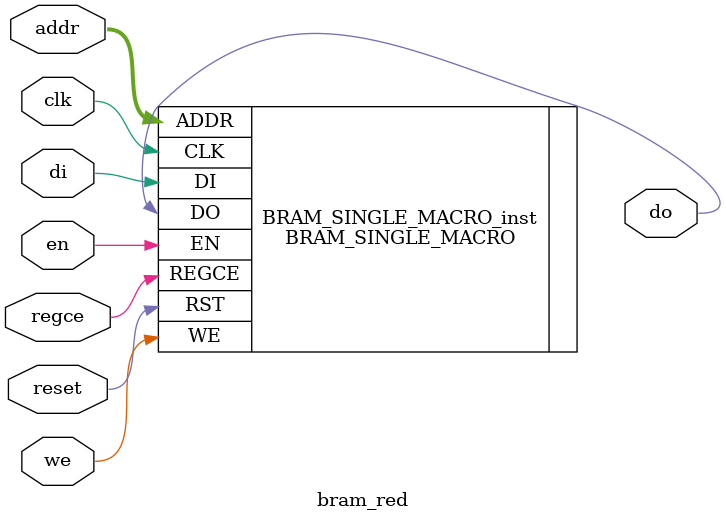
<source format=v>


//  <-----Cut code below this line---->

   // BRAM_SINGLE_MACRO: Single Port RAM
   //                    Artix-7
   // Xilinx HDL Language Template, version 2018.3

   /////////////////////////////////////////////////////////////////////
   //  READ_WIDTH | BRAM_SIZE | READ Depth  | ADDR Width |            //
   // WRITE_WIDTH |           | WRITE Depth |            |  WE Width  //
   // ============|===========|=============|============|============//
   //    37-72    |  "36Kb"   |      512    |    9-bit   |    8-bit   //
   //    19-36    |  "36Kb"   |     1024    |   10-bit   |    4-bit   //
   //    19-36    |  "18Kb"   |      512    |    9-bit   |    4-bit   //
   //    10-18    |  "36Kb"   |     2048    |   11-bit   |    2-bit   //
   //    10-18    |  "18Kb"   |     1024    |   10-bit   |    2-bit   //
   //     5-9     |  "36Kb"   |     4096    |   12-bit   |    1-bit   //
   //     5-9     |  "18Kb"   |     2048    |   11-bit   |    1-bit   //
   //     3-4     |  "36Kb"   |     8192    |   13-bit   |    1-bit   //
   //     3-4     |  "18Kb"   |     4096    |   12-bit   |    1-bit   //
   //       2     |  "36Kb"   |    16384    |   14-bit   |    1-bit   //
   //       2     |  "18Kb"   |     8192    |   13-bit   |    1-bit   //
   //       1     |  "36Kb"   |    32768    |   15-bit   |    1-bit   //
   //       1     |  "18Kb"   |    16384    |   14-bit   |    1-bit   //
   /////////////////////////////////////////////////////////////////////

   module bram_red(addr, clk, reset, we, regce, en, di, do);

   input clk, reset, we, regce, en, di;
   input[13:0] addr;
   output do;

   BRAM_SINGLE_MACRO#(
      .BRAM_SIZE("18Kb"), // Target BRAM, "18Kb" or "36Kb" 
      .DEVICE("7SERIES"), // Target Device: "7SERIES" 
      .DO_REG(0), // Optional output register (0 or 1)
      .INIT(36'h000000000), // Initial values on output port
      .INIT_FILE ("NONE"),
      .WRITE_WIDTH(1'b1), // Valid values are 1-72 (37-72 only valid when BRAM_SIZE="36Kb")
      .READ_WIDTH(1'b1),  // Valid values are 1-72 (37-72 only valid when BRAM_SIZE="36Kb")
      .SRVAL(36'h000000000), // Set/Reset value for port output
      .WRITE_MODE("READ_FIRST"), // "WRITE_FIRST", "READ_FIRST", or "NO_CHANGE" 
      .INIT_00(256'hffffffffffffffffffffffffffffffffffffffffffffffffffffffffffffffff),
      .INIT_01(256'hffffffffffffffffffffffffffffffffffffffffffffffffffffffffffffffff),
      .INIT_02(256'hffffffffffffffffffffffffffffffffffffffffffffffffffffffffffffffff),
      .INIT_03(256'hffffffffffffffffffffffffffffffffffffffffffffffffffffffffffffffff),
      .INIT_04(256'hffffffffffffffffffffffffffffffffffffffffffffffffffffffffffffffff),
      .INIT_05(256'hffffffffffffffffffffffffffffffffffffffffffffffffffffffffffffffff),
      .INIT_06(256'hffffffffffffffffffffffffffffffffffffffffffffffffffffffffffffffff),
      .INIT_07(256'hffffffffffffffffffffffffffffffffffffffffffffffffffffffffffffffff),
      .INIT_08(256'hffffffffffffffffffffffffffffffff00000000000000000000000000000000),
      .INIT_09(256'hffffffffffffffffffffffffffffffff00000000000000000000000000000000),
      .INIT_0A(256'hffffffffffffffffffffffffffffffff00000000000000000000000000000000),
      .INIT_0B(256'hffffffffffffffffffffffffffffffff00000000000000000000000000000000),
      .INIT_0C(256'hffffffffffffffffffffffffffffffff00000000000000000000000000000000),
      .INIT_0D(256'hffffffffffffffffffffffffffffffff00000000000000000000000000000000),
      .INIT_0E(256'hffffffffffffffffffffffffffffffff00000000000000000000000000000000),
      .INIT_0F(256'hffffffffffffffffffffffffffffffff00000000000000000000000000000000),
      .INIT_10(256'hffffffffffffffffffffffffffffffff00000000000000000000000000000000),
      .INIT_11(256'hffffffffffffffffffffffffffffffff00000000000000000000000000000000),
      .INIT_12(256'hffffffffffffffffffffffffffffffff00000000000000000000000000000000),
      .INIT_13(256'hffffffffffffffffffffffffffffffff00000000000000000000000000000000),
      .INIT_14(256'hffffffffffffffffffffffffffffffff00000000000000000000000000000000),
      .INIT_15(256'hffffffffffffffffffffffffffffffff00000000000000000000000000000000),
      .INIT_16(256'hffffffffffffffffffffffffffffffff00000000000000000000000000000000),
      .INIT_17(256'hffffffffffffffffffffffffffffffff00000000000000000000000000000000),
      .INIT_18(256'hffffffffffffffffffffffffffffffff00000000000000000000000000000000),
      .INIT_19(256'hffffffffffffffffffffffffffffffff00000000000000000000000000000000),
      .INIT_1A(256'hffffffffffffffffffffffffffffffff00000000000000000000000000000000),
      .INIT_1B(256'hffffffffffffffffffffffffffffffff00000000000000000000000000000000),
      .INIT_1C(256'hffffffffffffffffffffffffffffffff00000000000000000000000000000000),
      .INIT_1D(256'hffffffffffffffffffffffffffffffff00000000000000000000000000000000),    // apo edo kai kato apla kokkino gia test
      .INIT_1E(256'hffffffffffffffffffffffffffffffffffffffffffffffffffffffffffffffff),
      .INIT_1F(256'hffffffffffffffffffffffffffffffffffffffffffffffffffffffffffffffff),
      .INIT_20(256'hffffffffffffffffffffffffffffffffffffffffffffffffffffffffffffffff),
      .INIT_21(256'hffffffffffffffffffffffffffffffffffffffffffffffffffffffffffffffff),
      .INIT_22(256'hffffffffffffffffffffffffffffffffffffffffffffffffffffffffffffffff),
      .INIT_23(256'hffffffffffffffffffffffffffffffffffffffffffffffffffffffffffffffff),
      .INIT_24(256'hffffffffffffffffffffffffffffffffffffffffffffffffffffffffffffffff),
      .INIT_25(256'hffffffffffffffffffffffffffffffffffffffffffffffffffffffffffffffff),
      .INIT_26(256'hffffffffffffffffffffffffffffffffffffffffffffffffffffffffffffffff),
      .INIT_27(256'hffffffffffffffffffffffffffffffffffffffffffffffffffffffffffffffff),
      .INIT_28(256'hffffffffffffffffffffffffffffffffffffffffffffffffffffffffffffffff),
      .INIT_29(256'hffffffffffffffffffffffffffffffffffffffffffffffffffffffffffffffff),
      .INIT_2A(256'hffffffffffffffffffffffffffffffffffffffffffffffffffffffffffffffff),
      .INIT_2B(256'hffffffffffffffffffffffffffffffffffffffffffffffffffffffffffffffff),
      .INIT_2C(256'hffffffffffffffffffffffffffffffffffffffffffffffffffffffffffffffff),
      .INIT_2D(256'hffffffffffffffffffffffffffffffffffffffffffffffffffffffffffffffff),
      .INIT_2E(256'hffffffffffffffffffffffffffffffffffffffffffffffffffffffffffffffff),
      .INIT_2F(256'hffffffffffffffffffffffffffffffffffffffffffffffffffffffffffffffff),
      .INIT_30(256'hffffffffffffffffffffffffffffffffffffffffffffffffffffffffffffffff), // eos edo thelei 
      .INIT_31(256'h0000000000000000000000000000000000000000000000000000000000000000),
      .INIT_32(256'h0000000000000000000000000000000000000000000000000000000000000000),
      .INIT_33(256'h0000000000000000000000000000000000000000000000000000000000000000),
      .INIT_34(256'h0000000000000000000000000000000000000000000000000000000000000000),
      .INIT_35(256'h0000000000000000000000000000000000000000000000000000000000000000),
      .INIT_36(256'h0000000000000000000000000000000000000000000000000000000000000000),
      .INIT_37(256'h0000000000000000000000000000000000000000000000000000000000000000),
      .INIT_38(256'h0000000000000000000000000000000000000000000000000000000000000000),
      .INIT_39(256'h0000000000000000000000000000000000000000000000000000000000000000),
      .INIT_3A(256'h0000000000000000000000000000000000000000000000000000000000000000),
      .INIT_3B(256'h0000000000000000000000000000000000000000000000000000000000000000),
      .INIT_3C(256'h0000000000000000000000000000000000000000000000000000000000000000),
      .INIT_3D(256'h0000000000000000000000000000000000000000000000000000000000000000),
      .INIT_3E(256'h0000000000000000000000000000000000000000000000000000000000000000),
      .INIT_3F(256'h0000000000000000000000000000000000000000000000000000000000000000),

      // The next set of INIT_xx are valid when configured as 36Kb
      .INIT_40(256'h0000000000000000000000000000000000000000000000000000000000000000),
      .INIT_41(256'h0000000000000000000000000000000000000000000000000000000000000000),
      .INIT_42(256'h0000000000000000000000000000000000000000000000000000000000000000),
      .INIT_43(256'h0000000000000000000000000000000000000000000000000000000000000000),
      .INIT_44(256'h0000000000000000000000000000000000000000000000000000000000000000),
      .INIT_45(256'h0000000000000000000000000000000000000000000000000000000000000000),
      .INIT_46(256'h0000000000000000000000000000000000000000000000000000000000000000),
      .INIT_47(256'h0000000000000000000000000000000000000000000000000000000000000000),
      .INIT_48(256'h0000000000000000000000000000000000000000000000000000000000000000),
      .INIT_49(256'h0000000000000000000000000000000000000000000000000000000000000000),
      .INIT_4A(256'h0000000000000000000000000000000000000000000000000000000000000000),
      .INIT_4B(256'h0000000000000000000000000000000000000000000000000000000000000000),
      .INIT_4C(256'h0000000000000000000000000000000000000000000000000000000000000000),
      .INIT_4D(256'h0000000000000000000000000000000000000000000000000000000000000000),
      .INIT_4E(256'h0000000000000000000000000000000000000000000000000000000000000000),
      .INIT_4F(256'h0000000000000000000000000000000000000000000000000000000000000000),
      .INIT_50(256'h0000000000000000000000000000000000000000000000000000000000000000),
      .INIT_51(256'h0000000000000000000000000000000000000000000000000000000000000000),
      .INIT_52(256'h0000000000000000000000000000000000000000000000000000000000000000),
      .INIT_53(256'h0000000000000000000000000000000000000000000000000000000000000000),
      .INIT_54(256'h0000000000000000000000000000000000000000000000000000000000000000),
      .INIT_55(256'h0000000000000000000000000000000000000000000000000000000000000000),
      .INIT_56(256'h0000000000000000000000000000000000000000000000000000000000000000),
      .INIT_57(256'h0000000000000000000000000000000000000000000000000000000000000000),
      .INIT_58(256'h0000000000000000000000000000000000000000000000000000000000000000),
      .INIT_59(256'h0000000000000000000000000000000000000000000000000000000000000000),
      .INIT_5A(256'h0000000000000000000000000000000000000000000000000000000000000000),
      .INIT_5B(256'h0000000000000000000000000000000000000000000000000000000000000000),
      .INIT_5C(256'h0000000000000000000000000000000000000000000000000000000000000000),
      .INIT_5D(256'h0000000000000000000000000000000000000000000000000000000000000000),
      .INIT_5E(256'h0000000000000000000000000000000000000000000000000000000000000000),
      .INIT_5F(256'h0000000000000000000000000000000000000000000000000000000000000000),
      .INIT_60(256'h0000000000000000000000000000000000000000000000000000000000000000),
      .INIT_61(256'h0000000000000000000000000000000000000000000000000000000000000000),
      .INIT_62(256'h0000000000000000000000000000000000000000000000000000000000000000),
      .INIT_63(256'h0000000000000000000000000000000000000000000000000000000000000000),
      .INIT_64(256'h0000000000000000000000000000000000000000000000000000000000000000),
      .INIT_65(256'h0000000000000000000000000000000000000000000000000000000000000000),
      .INIT_66(256'h0000000000000000000000000000000000000000000000000000000000000000),
      .INIT_67(256'h0000000000000000000000000000000000000000000000000000000000000000),
      .INIT_68(256'h0000000000000000000000000000000000000000000000000000000000000000),
      .INIT_69(256'h0000000000000000000000000000000000000000000000000000000000000000),
      .INIT_6A(256'h0000000000000000000000000000000000000000000000000000000000000000),
      .INIT_6B(256'h0000000000000000000000000000000000000000000000000000000000000000),
      .INIT_6C(256'h0000000000000000000000000000000000000000000000000000000000000000),
      .INIT_6D(256'h0000000000000000000000000000000000000000000000000000000000000000),
      .INIT_6E(256'h0000000000000000000000000000000000000000000000000000000000000000),
      .INIT_6F(256'h0000000000000000000000000000000000000000000000000000000000000000),
      .INIT_70(256'h0000000000000000000000000000000000000000000000000000000000000000),
      .INIT_71(256'h0000000000000000000000000000000000000000000000000000000000000000),
      .INIT_72(256'h0000000000000000000000000000000000000000000000000000000000000000),
      .INIT_73(256'h0000000000000000000000000000000000000000000000000000000000000000),
      .INIT_74(256'h0000000000000000000000000000000000000000000000000000000000000000),
      .INIT_75(256'h0000000000000000000000000000000000000000000000000000000000000000),
      .INIT_76(256'h0000000000000000000000000000000000000000000000000000000000000000),
      .INIT_77(256'h0000000000000000000000000000000000000000000000000000000000000000),
      .INIT_78(256'h0000000000000000000000000000000000000000000000000000000000000000),
      .INIT_79(256'h0000000000000000000000000000000000000000000000000000000000000000),
      .INIT_7A(256'h0000000000000000000000000000000000000000000000000000000000000000),
      .INIT_7B(256'h0000000000000000000000000000000000000000000000000000000000000000),
      .INIT_7C(256'h0000000000000000000000000000000000000000000000000000000000000000),
      .INIT_7D(256'h0000000000000000000000000000000000000000000000000000000000000000),
      .INIT_7E(256'h0000000000000000000000000000000000000000000000000000000000000000),
      .INIT_7F(256'h0000000000000000000000000000000000000000000000000000000000000000),

      // The next set of INITP_xx are for the parity bits
      .INITP_00(256'h0000000000000000000000000000000000000000000000000000000000000000),
      .INITP_01(256'h0000000000000000000000000000000000000000000000000000000000000000),
      .INITP_02(256'h0000000000000000000000000000000000000000000000000000000000000000),
      .INITP_03(256'h0000000000000000000000000000000000000000000000000000000000000000),
      .INITP_04(256'h0000000000000000000000000000000000000000000000000000000000000000),
      .INITP_05(256'h0000000000000000000000000000000000000000000000000000000000000000),
      .INITP_06(256'h0000000000000000000000000000000000000000000000000000000000000000),
      .INITP_07(256'h0000000000000000000000000000000000000000000000000000000000000000),

      // The next set of INIT_xx are valid when configured as 36Kb
      .INITP_08(256'h0000000000000000000000000000000000000000000000000000000000000000),
      .INITP_09(256'h0000000000000000000000000000000000000000000000000000000000000000),
      .INITP_0A(256'h0000000000000000000000000000000000000000000000000000000000000000),
      .INITP_0B(256'h0000000000000000000000000000000000000000000000000000000000000000),
      .INITP_0C(256'h0000000000000000000000000000000000000000000000000000000000000000),
      .INITP_0D(256'h0000000000000000000000000000000000000000000000000000000000000000),
      .INITP_0E(256'h0000000000000000000000000000000000000000000000000000000000000000),
      .INITP_0F(256'h0000000000000000000000000000000000000000000000000000000000000000)
   ) 
   BRAM_SINGLE_MACRO_inst (
      .DO(do),       // Output data, width defined by READ_WIDTH parameter
      .ADDR(addr),   // Input address, width defined by read/write port depth
      .CLK(clk),     // 1-bit input clock
      .DI(di),       // Input data port, width defined by WRITE_WIDTH parameter
      .EN(en),       // 1-bit input RAM enable
      .REGCE(regce), // 1-bit input output register enable
      .RST(reset),     // 1-bit input reset
      .WE(we)        // Input write enable, width defined by write port depth
   );

   // End of BRAM_SINGLE_MACRO_inst instantiation

endmodule
				
				
</source>
